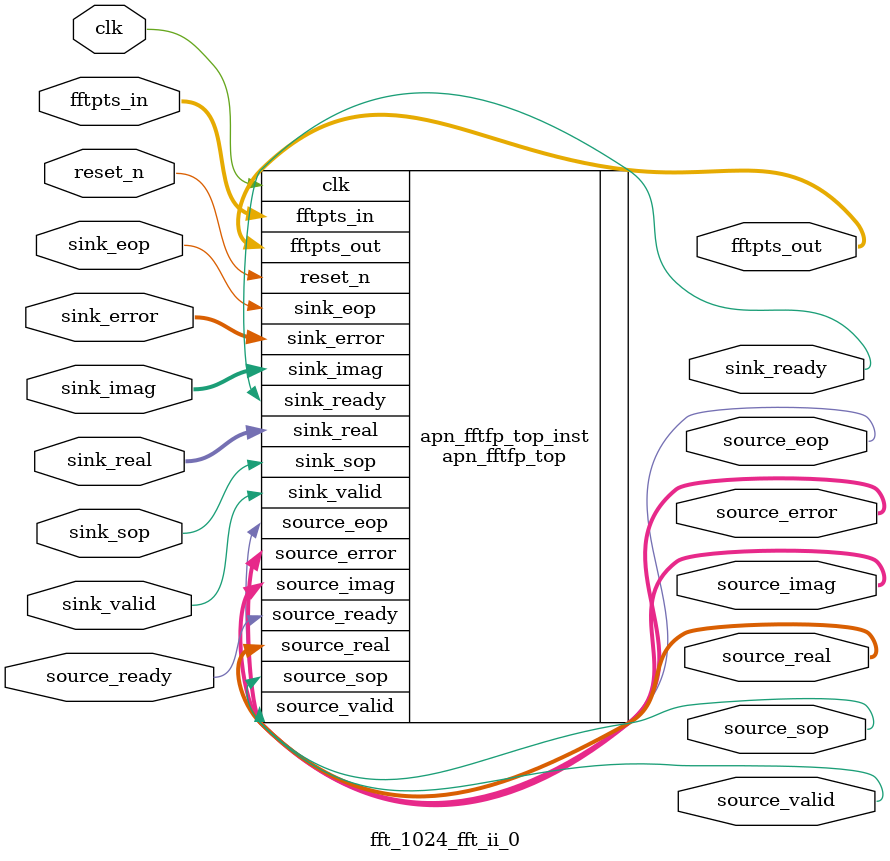
<source format=sv>



module fft_1024_fft_ii_0 (
   input clk, 
   input reset_n,
	input [10 : 0] fftpts_in,
	input	sink_valid,
	input	sink_sop,
	input	sink_eop,
	input	logic [31 : 0] sink_real,
	input	logic [31 : 0] sink_imag,
	input	logic [1 : 0] sink_error,
	input	source_ready,
   output [10 : 0] fftpts_out,
	output sink_ready,
	output [1 : 0] source_error,
	output source_sop,
	output source_eop,
	output source_valid,
	output [31 : 0] source_real,
	output [31 : 0] source_imag
	);

	apn_fftfp_top #(
		.DEVICE_FAMILY_g("Cyclone IV E"),
		.MAX_FFTPTS_g(1024),
		.NUM_STAGES_g(5),
		.DATAWIDTH_g(32),
		.TWIDWIDTH_g(32),
		.MAX_GROW_g (0),
		.TWIDROM_BASE_g("fft_1024_fft_ii_0_"),
		.DSP_ROUNDING_g(0),
		.INPUT_FORMAT_g("NATURAL_ORDER"),
		.OUTPUT_FORMAT_g("NATURAL_ORDER"),
		.REPRESENTATION_g("FLOATPT"),
		.DSP_ARCH_g(0),
        .PRUNE_g("2,2,3,2,0") 
	)
	apn_fftfp_top_inst (
		.clk(clk),
		.reset_n(reset_n),
		.fftpts_in(fftpts_in),
		.fftpts_out(fftpts_out),
		.sink_valid(sink_valid),
		.sink_sop(sink_sop),
		.sink_eop(sink_eop),
		.sink_real(sink_real),
		.sink_imag(sink_imag),
		.sink_ready(sink_ready),
		.sink_error(sink_error),
		.source_error(source_error),
		.source_ready(source_ready),
		.source_sop(source_sop),
		.source_eop(source_eop),
		.source_valid(source_valid),
		.source_real(source_real),
		.source_imag(source_imag)
	);
endmodule


</source>
